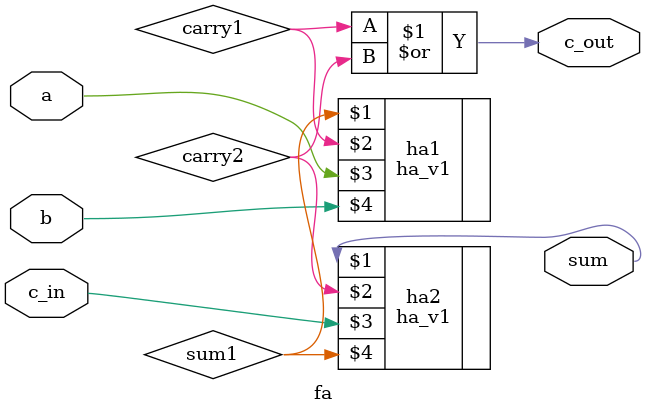
<source format=v>
module fa(output wire sum, output wire c_out, input wire a, input wire b, input wire c_in);

wire sum1, carry1, carry2;

ha_v1  ha1(sum1, carry1, a, b);
ha_v1  ha2(sum, carry2, c_in, sum1);
or     or1(c_out, carry1, carry2);

endmodule

</source>
